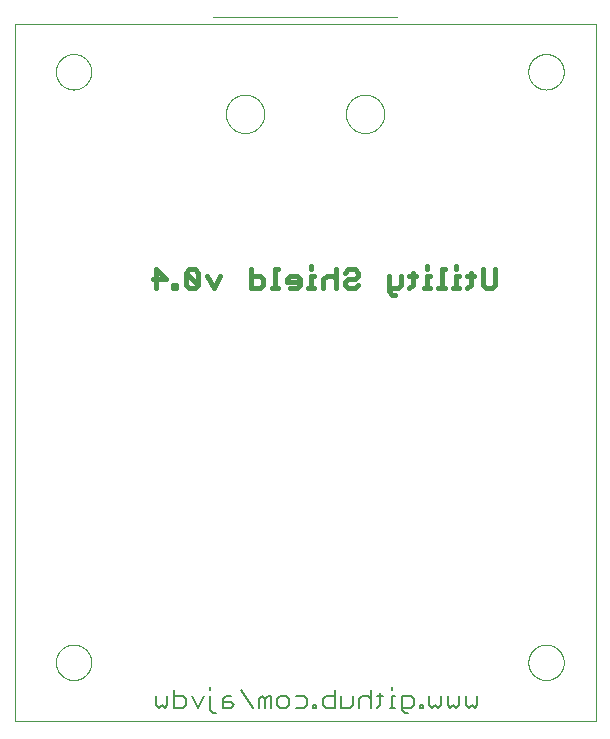
<source format=gbo>
G75*
%MOIN*%
%OFA0B0*%
%FSLAX25Y25*%
%IPPOS*%
%LPD*%
%AMOC8*
5,1,8,0,0,1.08239X$1,22.5*
%
%ADD10C,0.00000*%
%ADD11C,0.01600*%
%ADD12C,0.00800*%
%ADD13C,0.00039*%
D10*
X0001800Y0001800D02*
X0001800Y0234261D01*
X0195501Y0234261D01*
X0195501Y0001800D01*
X0001800Y0001800D01*
X0015579Y0021485D02*
X0015581Y0021638D01*
X0015587Y0021792D01*
X0015597Y0021945D01*
X0015611Y0022097D01*
X0015629Y0022250D01*
X0015651Y0022401D01*
X0015676Y0022552D01*
X0015706Y0022703D01*
X0015740Y0022853D01*
X0015777Y0023001D01*
X0015818Y0023149D01*
X0015863Y0023295D01*
X0015912Y0023441D01*
X0015965Y0023585D01*
X0016021Y0023727D01*
X0016081Y0023868D01*
X0016145Y0024008D01*
X0016212Y0024146D01*
X0016283Y0024282D01*
X0016358Y0024416D01*
X0016435Y0024548D01*
X0016517Y0024678D01*
X0016601Y0024806D01*
X0016689Y0024932D01*
X0016780Y0025055D01*
X0016874Y0025176D01*
X0016972Y0025294D01*
X0017072Y0025410D01*
X0017176Y0025523D01*
X0017282Y0025634D01*
X0017391Y0025742D01*
X0017503Y0025847D01*
X0017617Y0025948D01*
X0017735Y0026047D01*
X0017854Y0026143D01*
X0017976Y0026236D01*
X0018101Y0026325D01*
X0018228Y0026412D01*
X0018357Y0026494D01*
X0018488Y0026574D01*
X0018621Y0026650D01*
X0018756Y0026723D01*
X0018893Y0026792D01*
X0019032Y0026857D01*
X0019172Y0026919D01*
X0019314Y0026977D01*
X0019457Y0027032D01*
X0019602Y0027083D01*
X0019748Y0027130D01*
X0019895Y0027173D01*
X0020043Y0027212D01*
X0020192Y0027248D01*
X0020342Y0027279D01*
X0020493Y0027307D01*
X0020644Y0027331D01*
X0020797Y0027351D01*
X0020949Y0027367D01*
X0021102Y0027379D01*
X0021255Y0027387D01*
X0021408Y0027391D01*
X0021562Y0027391D01*
X0021715Y0027387D01*
X0021868Y0027379D01*
X0022021Y0027367D01*
X0022173Y0027351D01*
X0022326Y0027331D01*
X0022477Y0027307D01*
X0022628Y0027279D01*
X0022778Y0027248D01*
X0022927Y0027212D01*
X0023075Y0027173D01*
X0023222Y0027130D01*
X0023368Y0027083D01*
X0023513Y0027032D01*
X0023656Y0026977D01*
X0023798Y0026919D01*
X0023938Y0026857D01*
X0024077Y0026792D01*
X0024214Y0026723D01*
X0024349Y0026650D01*
X0024482Y0026574D01*
X0024613Y0026494D01*
X0024742Y0026412D01*
X0024869Y0026325D01*
X0024994Y0026236D01*
X0025116Y0026143D01*
X0025235Y0026047D01*
X0025353Y0025948D01*
X0025467Y0025847D01*
X0025579Y0025742D01*
X0025688Y0025634D01*
X0025794Y0025523D01*
X0025898Y0025410D01*
X0025998Y0025294D01*
X0026096Y0025176D01*
X0026190Y0025055D01*
X0026281Y0024932D01*
X0026369Y0024806D01*
X0026453Y0024678D01*
X0026535Y0024548D01*
X0026612Y0024416D01*
X0026687Y0024282D01*
X0026758Y0024146D01*
X0026825Y0024008D01*
X0026889Y0023868D01*
X0026949Y0023727D01*
X0027005Y0023585D01*
X0027058Y0023441D01*
X0027107Y0023295D01*
X0027152Y0023149D01*
X0027193Y0023001D01*
X0027230Y0022853D01*
X0027264Y0022703D01*
X0027294Y0022552D01*
X0027319Y0022401D01*
X0027341Y0022250D01*
X0027359Y0022097D01*
X0027373Y0021945D01*
X0027383Y0021792D01*
X0027389Y0021638D01*
X0027391Y0021485D01*
X0027389Y0021332D01*
X0027383Y0021178D01*
X0027373Y0021025D01*
X0027359Y0020873D01*
X0027341Y0020720D01*
X0027319Y0020569D01*
X0027294Y0020418D01*
X0027264Y0020267D01*
X0027230Y0020117D01*
X0027193Y0019969D01*
X0027152Y0019821D01*
X0027107Y0019675D01*
X0027058Y0019529D01*
X0027005Y0019385D01*
X0026949Y0019243D01*
X0026889Y0019102D01*
X0026825Y0018962D01*
X0026758Y0018824D01*
X0026687Y0018688D01*
X0026612Y0018554D01*
X0026535Y0018422D01*
X0026453Y0018292D01*
X0026369Y0018164D01*
X0026281Y0018038D01*
X0026190Y0017915D01*
X0026096Y0017794D01*
X0025998Y0017676D01*
X0025898Y0017560D01*
X0025794Y0017447D01*
X0025688Y0017336D01*
X0025579Y0017228D01*
X0025467Y0017123D01*
X0025353Y0017022D01*
X0025235Y0016923D01*
X0025116Y0016827D01*
X0024994Y0016734D01*
X0024869Y0016645D01*
X0024742Y0016558D01*
X0024613Y0016476D01*
X0024482Y0016396D01*
X0024349Y0016320D01*
X0024214Y0016247D01*
X0024077Y0016178D01*
X0023938Y0016113D01*
X0023798Y0016051D01*
X0023656Y0015993D01*
X0023513Y0015938D01*
X0023368Y0015887D01*
X0023222Y0015840D01*
X0023075Y0015797D01*
X0022927Y0015758D01*
X0022778Y0015722D01*
X0022628Y0015691D01*
X0022477Y0015663D01*
X0022326Y0015639D01*
X0022173Y0015619D01*
X0022021Y0015603D01*
X0021868Y0015591D01*
X0021715Y0015583D01*
X0021562Y0015579D01*
X0021408Y0015579D01*
X0021255Y0015583D01*
X0021102Y0015591D01*
X0020949Y0015603D01*
X0020797Y0015619D01*
X0020644Y0015639D01*
X0020493Y0015663D01*
X0020342Y0015691D01*
X0020192Y0015722D01*
X0020043Y0015758D01*
X0019895Y0015797D01*
X0019748Y0015840D01*
X0019602Y0015887D01*
X0019457Y0015938D01*
X0019314Y0015993D01*
X0019172Y0016051D01*
X0019032Y0016113D01*
X0018893Y0016178D01*
X0018756Y0016247D01*
X0018621Y0016320D01*
X0018488Y0016396D01*
X0018357Y0016476D01*
X0018228Y0016558D01*
X0018101Y0016645D01*
X0017976Y0016734D01*
X0017854Y0016827D01*
X0017735Y0016923D01*
X0017617Y0017022D01*
X0017503Y0017123D01*
X0017391Y0017228D01*
X0017282Y0017336D01*
X0017176Y0017447D01*
X0017072Y0017560D01*
X0016972Y0017676D01*
X0016874Y0017794D01*
X0016780Y0017915D01*
X0016689Y0018038D01*
X0016601Y0018164D01*
X0016517Y0018292D01*
X0016435Y0018422D01*
X0016358Y0018554D01*
X0016283Y0018688D01*
X0016212Y0018824D01*
X0016145Y0018962D01*
X0016081Y0019102D01*
X0016021Y0019243D01*
X0015965Y0019385D01*
X0015912Y0019529D01*
X0015863Y0019675D01*
X0015818Y0019821D01*
X0015777Y0019969D01*
X0015740Y0020117D01*
X0015706Y0020267D01*
X0015676Y0020418D01*
X0015651Y0020569D01*
X0015629Y0020720D01*
X0015611Y0020873D01*
X0015597Y0021025D01*
X0015587Y0021178D01*
X0015581Y0021332D01*
X0015579Y0021485D01*
X0072231Y0204300D02*
X0072233Y0204460D01*
X0072239Y0204619D01*
X0072249Y0204778D01*
X0072263Y0204937D01*
X0072281Y0205096D01*
X0072302Y0205254D01*
X0072328Y0205411D01*
X0072358Y0205568D01*
X0072391Y0205724D01*
X0072429Y0205879D01*
X0072470Y0206033D01*
X0072515Y0206186D01*
X0072564Y0206338D01*
X0072617Y0206489D01*
X0072673Y0206638D01*
X0072734Y0206786D01*
X0072797Y0206932D01*
X0072865Y0207077D01*
X0072936Y0207220D01*
X0073010Y0207361D01*
X0073088Y0207500D01*
X0073170Y0207637D01*
X0073255Y0207772D01*
X0073343Y0207905D01*
X0073435Y0208036D01*
X0073529Y0208164D01*
X0073627Y0208290D01*
X0073728Y0208414D01*
X0073832Y0208535D01*
X0073939Y0208653D01*
X0074049Y0208769D01*
X0074162Y0208882D01*
X0074278Y0208992D01*
X0074396Y0209099D01*
X0074517Y0209203D01*
X0074641Y0209304D01*
X0074767Y0209402D01*
X0074895Y0209496D01*
X0075026Y0209588D01*
X0075159Y0209676D01*
X0075294Y0209761D01*
X0075431Y0209843D01*
X0075570Y0209921D01*
X0075711Y0209995D01*
X0075854Y0210066D01*
X0075999Y0210134D01*
X0076145Y0210197D01*
X0076293Y0210258D01*
X0076442Y0210314D01*
X0076593Y0210367D01*
X0076745Y0210416D01*
X0076898Y0210461D01*
X0077052Y0210502D01*
X0077207Y0210540D01*
X0077363Y0210573D01*
X0077520Y0210603D01*
X0077677Y0210629D01*
X0077835Y0210650D01*
X0077994Y0210668D01*
X0078153Y0210682D01*
X0078312Y0210692D01*
X0078471Y0210698D01*
X0078631Y0210700D01*
X0078791Y0210698D01*
X0078950Y0210692D01*
X0079109Y0210682D01*
X0079268Y0210668D01*
X0079427Y0210650D01*
X0079585Y0210629D01*
X0079742Y0210603D01*
X0079899Y0210573D01*
X0080055Y0210540D01*
X0080210Y0210502D01*
X0080364Y0210461D01*
X0080517Y0210416D01*
X0080669Y0210367D01*
X0080820Y0210314D01*
X0080969Y0210258D01*
X0081117Y0210197D01*
X0081263Y0210134D01*
X0081408Y0210066D01*
X0081551Y0209995D01*
X0081692Y0209921D01*
X0081831Y0209843D01*
X0081968Y0209761D01*
X0082103Y0209676D01*
X0082236Y0209588D01*
X0082367Y0209496D01*
X0082495Y0209402D01*
X0082621Y0209304D01*
X0082745Y0209203D01*
X0082866Y0209099D01*
X0082984Y0208992D01*
X0083100Y0208882D01*
X0083213Y0208769D01*
X0083323Y0208653D01*
X0083430Y0208535D01*
X0083534Y0208414D01*
X0083635Y0208290D01*
X0083733Y0208164D01*
X0083827Y0208036D01*
X0083919Y0207905D01*
X0084007Y0207772D01*
X0084092Y0207637D01*
X0084174Y0207500D01*
X0084252Y0207361D01*
X0084326Y0207220D01*
X0084397Y0207077D01*
X0084465Y0206932D01*
X0084528Y0206786D01*
X0084589Y0206638D01*
X0084645Y0206489D01*
X0084698Y0206338D01*
X0084747Y0206186D01*
X0084792Y0206033D01*
X0084833Y0205879D01*
X0084871Y0205724D01*
X0084904Y0205568D01*
X0084934Y0205411D01*
X0084960Y0205254D01*
X0084981Y0205096D01*
X0084999Y0204937D01*
X0085013Y0204778D01*
X0085023Y0204619D01*
X0085029Y0204460D01*
X0085031Y0204300D01*
X0085029Y0204140D01*
X0085023Y0203981D01*
X0085013Y0203822D01*
X0084999Y0203663D01*
X0084981Y0203504D01*
X0084960Y0203346D01*
X0084934Y0203189D01*
X0084904Y0203032D01*
X0084871Y0202876D01*
X0084833Y0202721D01*
X0084792Y0202567D01*
X0084747Y0202414D01*
X0084698Y0202262D01*
X0084645Y0202111D01*
X0084589Y0201962D01*
X0084528Y0201814D01*
X0084465Y0201668D01*
X0084397Y0201523D01*
X0084326Y0201380D01*
X0084252Y0201239D01*
X0084174Y0201100D01*
X0084092Y0200963D01*
X0084007Y0200828D01*
X0083919Y0200695D01*
X0083827Y0200564D01*
X0083733Y0200436D01*
X0083635Y0200310D01*
X0083534Y0200186D01*
X0083430Y0200065D01*
X0083323Y0199947D01*
X0083213Y0199831D01*
X0083100Y0199718D01*
X0082984Y0199608D01*
X0082866Y0199501D01*
X0082745Y0199397D01*
X0082621Y0199296D01*
X0082495Y0199198D01*
X0082367Y0199104D01*
X0082236Y0199012D01*
X0082103Y0198924D01*
X0081968Y0198839D01*
X0081831Y0198757D01*
X0081692Y0198679D01*
X0081551Y0198605D01*
X0081408Y0198534D01*
X0081263Y0198466D01*
X0081117Y0198403D01*
X0080969Y0198342D01*
X0080820Y0198286D01*
X0080669Y0198233D01*
X0080517Y0198184D01*
X0080364Y0198139D01*
X0080210Y0198098D01*
X0080055Y0198060D01*
X0079899Y0198027D01*
X0079742Y0197997D01*
X0079585Y0197971D01*
X0079427Y0197950D01*
X0079268Y0197932D01*
X0079109Y0197918D01*
X0078950Y0197908D01*
X0078791Y0197902D01*
X0078631Y0197900D01*
X0078471Y0197902D01*
X0078312Y0197908D01*
X0078153Y0197918D01*
X0077994Y0197932D01*
X0077835Y0197950D01*
X0077677Y0197971D01*
X0077520Y0197997D01*
X0077363Y0198027D01*
X0077207Y0198060D01*
X0077052Y0198098D01*
X0076898Y0198139D01*
X0076745Y0198184D01*
X0076593Y0198233D01*
X0076442Y0198286D01*
X0076293Y0198342D01*
X0076145Y0198403D01*
X0075999Y0198466D01*
X0075854Y0198534D01*
X0075711Y0198605D01*
X0075570Y0198679D01*
X0075431Y0198757D01*
X0075294Y0198839D01*
X0075159Y0198924D01*
X0075026Y0199012D01*
X0074895Y0199104D01*
X0074767Y0199198D01*
X0074641Y0199296D01*
X0074517Y0199397D01*
X0074396Y0199501D01*
X0074278Y0199608D01*
X0074162Y0199718D01*
X0074049Y0199831D01*
X0073939Y0199947D01*
X0073832Y0200065D01*
X0073728Y0200186D01*
X0073627Y0200310D01*
X0073529Y0200436D01*
X0073435Y0200564D01*
X0073343Y0200695D01*
X0073255Y0200828D01*
X0073170Y0200963D01*
X0073088Y0201100D01*
X0073010Y0201239D01*
X0072936Y0201380D01*
X0072865Y0201523D01*
X0072797Y0201668D01*
X0072734Y0201814D01*
X0072673Y0201962D01*
X0072617Y0202111D01*
X0072564Y0202262D01*
X0072515Y0202414D01*
X0072470Y0202567D01*
X0072429Y0202721D01*
X0072391Y0202876D01*
X0072358Y0203032D01*
X0072328Y0203189D01*
X0072302Y0203346D01*
X0072281Y0203504D01*
X0072263Y0203663D01*
X0072249Y0203822D01*
X0072239Y0203981D01*
X0072233Y0204140D01*
X0072231Y0204300D01*
X0112231Y0204300D02*
X0112233Y0204460D01*
X0112239Y0204619D01*
X0112249Y0204778D01*
X0112263Y0204937D01*
X0112281Y0205096D01*
X0112302Y0205254D01*
X0112328Y0205411D01*
X0112358Y0205568D01*
X0112391Y0205724D01*
X0112429Y0205879D01*
X0112470Y0206033D01*
X0112515Y0206186D01*
X0112564Y0206338D01*
X0112617Y0206489D01*
X0112673Y0206638D01*
X0112734Y0206786D01*
X0112797Y0206932D01*
X0112865Y0207077D01*
X0112936Y0207220D01*
X0113010Y0207361D01*
X0113088Y0207500D01*
X0113170Y0207637D01*
X0113255Y0207772D01*
X0113343Y0207905D01*
X0113435Y0208036D01*
X0113529Y0208164D01*
X0113627Y0208290D01*
X0113728Y0208414D01*
X0113832Y0208535D01*
X0113939Y0208653D01*
X0114049Y0208769D01*
X0114162Y0208882D01*
X0114278Y0208992D01*
X0114396Y0209099D01*
X0114517Y0209203D01*
X0114641Y0209304D01*
X0114767Y0209402D01*
X0114895Y0209496D01*
X0115026Y0209588D01*
X0115159Y0209676D01*
X0115294Y0209761D01*
X0115431Y0209843D01*
X0115570Y0209921D01*
X0115711Y0209995D01*
X0115854Y0210066D01*
X0115999Y0210134D01*
X0116145Y0210197D01*
X0116293Y0210258D01*
X0116442Y0210314D01*
X0116593Y0210367D01*
X0116745Y0210416D01*
X0116898Y0210461D01*
X0117052Y0210502D01*
X0117207Y0210540D01*
X0117363Y0210573D01*
X0117520Y0210603D01*
X0117677Y0210629D01*
X0117835Y0210650D01*
X0117994Y0210668D01*
X0118153Y0210682D01*
X0118312Y0210692D01*
X0118471Y0210698D01*
X0118631Y0210700D01*
X0118791Y0210698D01*
X0118950Y0210692D01*
X0119109Y0210682D01*
X0119268Y0210668D01*
X0119427Y0210650D01*
X0119585Y0210629D01*
X0119742Y0210603D01*
X0119899Y0210573D01*
X0120055Y0210540D01*
X0120210Y0210502D01*
X0120364Y0210461D01*
X0120517Y0210416D01*
X0120669Y0210367D01*
X0120820Y0210314D01*
X0120969Y0210258D01*
X0121117Y0210197D01*
X0121263Y0210134D01*
X0121408Y0210066D01*
X0121551Y0209995D01*
X0121692Y0209921D01*
X0121831Y0209843D01*
X0121968Y0209761D01*
X0122103Y0209676D01*
X0122236Y0209588D01*
X0122367Y0209496D01*
X0122495Y0209402D01*
X0122621Y0209304D01*
X0122745Y0209203D01*
X0122866Y0209099D01*
X0122984Y0208992D01*
X0123100Y0208882D01*
X0123213Y0208769D01*
X0123323Y0208653D01*
X0123430Y0208535D01*
X0123534Y0208414D01*
X0123635Y0208290D01*
X0123733Y0208164D01*
X0123827Y0208036D01*
X0123919Y0207905D01*
X0124007Y0207772D01*
X0124092Y0207637D01*
X0124174Y0207500D01*
X0124252Y0207361D01*
X0124326Y0207220D01*
X0124397Y0207077D01*
X0124465Y0206932D01*
X0124528Y0206786D01*
X0124589Y0206638D01*
X0124645Y0206489D01*
X0124698Y0206338D01*
X0124747Y0206186D01*
X0124792Y0206033D01*
X0124833Y0205879D01*
X0124871Y0205724D01*
X0124904Y0205568D01*
X0124934Y0205411D01*
X0124960Y0205254D01*
X0124981Y0205096D01*
X0124999Y0204937D01*
X0125013Y0204778D01*
X0125023Y0204619D01*
X0125029Y0204460D01*
X0125031Y0204300D01*
X0125029Y0204140D01*
X0125023Y0203981D01*
X0125013Y0203822D01*
X0124999Y0203663D01*
X0124981Y0203504D01*
X0124960Y0203346D01*
X0124934Y0203189D01*
X0124904Y0203032D01*
X0124871Y0202876D01*
X0124833Y0202721D01*
X0124792Y0202567D01*
X0124747Y0202414D01*
X0124698Y0202262D01*
X0124645Y0202111D01*
X0124589Y0201962D01*
X0124528Y0201814D01*
X0124465Y0201668D01*
X0124397Y0201523D01*
X0124326Y0201380D01*
X0124252Y0201239D01*
X0124174Y0201100D01*
X0124092Y0200963D01*
X0124007Y0200828D01*
X0123919Y0200695D01*
X0123827Y0200564D01*
X0123733Y0200436D01*
X0123635Y0200310D01*
X0123534Y0200186D01*
X0123430Y0200065D01*
X0123323Y0199947D01*
X0123213Y0199831D01*
X0123100Y0199718D01*
X0122984Y0199608D01*
X0122866Y0199501D01*
X0122745Y0199397D01*
X0122621Y0199296D01*
X0122495Y0199198D01*
X0122367Y0199104D01*
X0122236Y0199012D01*
X0122103Y0198924D01*
X0121968Y0198839D01*
X0121831Y0198757D01*
X0121692Y0198679D01*
X0121551Y0198605D01*
X0121408Y0198534D01*
X0121263Y0198466D01*
X0121117Y0198403D01*
X0120969Y0198342D01*
X0120820Y0198286D01*
X0120669Y0198233D01*
X0120517Y0198184D01*
X0120364Y0198139D01*
X0120210Y0198098D01*
X0120055Y0198060D01*
X0119899Y0198027D01*
X0119742Y0197997D01*
X0119585Y0197971D01*
X0119427Y0197950D01*
X0119268Y0197932D01*
X0119109Y0197918D01*
X0118950Y0197908D01*
X0118791Y0197902D01*
X0118631Y0197900D01*
X0118471Y0197902D01*
X0118312Y0197908D01*
X0118153Y0197918D01*
X0117994Y0197932D01*
X0117835Y0197950D01*
X0117677Y0197971D01*
X0117520Y0197997D01*
X0117363Y0198027D01*
X0117207Y0198060D01*
X0117052Y0198098D01*
X0116898Y0198139D01*
X0116745Y0198184D01*
X0116593Y0198233D01*
X0116442Y0198286D01*
X0116293Y0198342D01*
X0116145Y0198403D01*
X0115999Y0198466D01*
X0115854Y0198534D01*
X0115711Y0198605D01*
X0115570Y0198679D01*
X0115431Y0198757D01*
X0115294Y0198839D01*
X0115159Y0198924D01*
X0115026Y0199012D01*
X0114895Y0199104D01*
X0114767Y0199198D01*
X0114641Y0199296D01*
X0114517Y0199397D01*
X0114396Y0199501D01*
X0114278Y0199608D01*
X0114162Y0199718D01*
X0114049Y0199831D01*
X0113939Y0199947D01*
X0113832Y0200065D01*
X0113728Y0200186D01*
X0113627Y0200310D01*
X0113529Y0200436D01*
X0113435Y0200564D01*
X0113343Y0200695D01*
X0113255Y0200828D01*
X0113170Y0200963D01*
X0113088Y0201100D01*
X0113010Y0201239D01*
X0112936Y0201380D01*
X0112865Y0201523D01*
X0112797Y0201668D01*
X0112734Y0201814D01*
X0112673Y0201962D01*
X0112617Y0202111D01*
X0112564Y0202262D01*
X0112515Y0202414D01*
X0112470Y0202567D01*
X0112429Y0202721D01*
X0112391Y0202876D01*
X0112358Y0203032D01*
X0112328Y0203189D01*
X0112302Y0203346D01*
X0112281Y0203504D01*
X0112263Y0203663D01*
X0112249Y0203822D01*
X0112239Y0203981D01*
X0112233Y0204140D01*
X0112231Y0204300D01*
X0173059Y0218335D02*
X0173061Y0218488D01*
X0173067Y0218642D01*
X0173077Y0218795D01*
X0173091Y0218947D01*
X0173109Y0219100D01*
X0173131Y0219251D01*
X0173156Y0219402D01*
X0173186Y0219553D01*
X0173220Y0219703D01*
X0173257Y0219851D01*
X0173298Y0219999D01*
X0173343Y0220145D01*
X0173392Y0220291D01*
X0173445Y0220435D01*
X0173501Y0220577D01*
X0173561Y0220718D01*
X0173625Y0220858D01*
X0173692Y0220996D01*
X0173763Y0221132D01*
X0173838Y0221266D01*
X0173915Y0221398D01*
X0173997Y0221528D01*
X0174081Y0221656D01*
X0174169Y0221782D01*
X0174260Y0221905D01*
X0174354Y0222026D01*
X0174452Y0222144D01*
X0174552Y0222260D01*
X0174656Y0222373D01*
X0174762Y0222484D01*
X0174871Y0222592D01*
X0174983Y0222697D01*
X0175097Y0222798D01*
X0175215Y0222897D01*
X0175334Y0222993D01*
X0175456Y0223086D01*
X0175581Y0223175D01*
X0175708Y0223262D01*
X0175837Y0223344D01*
X0175968Y0223424D01*
X0176101Y0223500D01*
X0176236Y0223573D01*
X0176373Y0223642D01*
X0176512Y0223707D01*
X0176652Y0223769D01*
X0176794Y0223827D01*
X0176937Y0223882D01*
X0177082Y0223933D01*
X0177228Y0223980D01*
X0177375Y0224023D01*
X0177523Y0224062D01*
X0177672Y0224098D01*
X0177822Y0224129D01*
X0177973Y0224157D01*
X0178124Y0224181D01*
X0178277Y0224201D01*
X0178429Y0224217D01*
X0178582Y0224229D01*
X0178735Y0224237D01*
X0178888Y0224241D01*
X0179042Y0224241D01*
X0179195Y0224237D01*
X0179348Y0224229D01*
X0179501Y0224217D01*
X0179653Y0224201D01*
X0179806Y0224181D01*
X0179957Y0224157D01*
X0180108Y0224129D01*
X0180258Y0224098D01*
X0180407Y0224062D01*
X0180555Y0224023D01*
X0180702Y0223980D01*
X0180848Y0223933D01*
X0180993Y0223882D01*
X0181136Y0223827D01*
X0181278Y0223769D01*
X0181418Y0223707D01*
X0181557Y0223642D01*
X0181694Y0223573D01*
X0181829Y0223500D01*
X0181962Y0223424D01*
X0182093Y0223344D01*
X0182222Y0223262D01*
X0182349Y0223175D01*
X0182474Y0223086D01*
X0182596Y0222993D01*
X0182715Y0222897D01*
X0182833Y0222798D01*
X0182947Y0222697D01*
X0183059Y0222592D01*
X0183168Y0222484D01*
X0183274Y0222373D01*
X0183378Y0222260D01*
X0183478Y0222144D01*
X0183576Y0222026D01*
X0183670Y0221905D01*
X0183761Y0221782D01*
X0183849Y0221656D01*
X0183933Y0221528D01*
X0184015Y0221398D01*
X0184092Y0221266D01*
X0184167Y0221132D01*
X0184238Y0220996D01*
X0184305Y0220858D01*
X0184369Y0220718D01*
X0184429Y0220577D01*
X0184485Y0220435D01*
X0184538Y0220291D01*
X0184587Y0220145D01*
X0184632Y0219999D01*
X0184673Y0219851D01*
X0184710Y0219703D01*
X0184744Y0219553D01*
X0184774Y0219402D01*
X0184799Y0219251D01*
X0184821Y0219100D01*
X0184839Y0218947D01*
X0184853Y0218795D01*
X0184863Y0218642D01*
X0184869Y0218488D01*
X0184871Y0218335D01*
X0184869Y0218182D01*
X0184863Y0218028D01*
X0184853Y0217875D01*
X0184839Y0217723D01*
X0184821Y0217570D01*
X0184799Y0217419D01*
X0184774Y0217268D01*
X0184744Y0217117D01*
X0184710Y0216967D01*
X0184673Y0216819D01*
X0184632Y0216671D01*
X0184587Y0216525D01*
X0184538Y0216379D01*
X0184485Y0216235D01*
X0184429Y0216093D01*
X0184369Y0215952D01*
X0184305Y0215812D01*
X0184238Y0215674D01*
X0184167Y0215538D01*
X0184092Y0215404D01*
X0184015Y0215272D01*
X0183933Y0215142D01*
X0183849Y0215014D01*
X0183761Y0214888D01*
X0183670Y0214765D01*
X0183576Y0214644D01*
X0183478Y0214526D01*
X0183378Y0214410D01*
X0183274Y0214297D01*
X0183168Y0214186D01*
X0183059Y0214078D01*
X0182947Y0213973D01*
X0182833Y0213872D01*
X0182715Y0213773D01*
X0182596Y0213677D01*
X0182474Y0213584D01*
X0182349Y0213495D01*
X0182222Y0213408D01*
X0182093Y0213326D01*
X0181962Y0213246D01*
X0181829Y0213170D01*
X0181694Y0213097D01*
X0181557Y0213028D01*
X0181418Y0212963D01*
X0181278Y0212901D01*
X0181136Y0212843D01*
X0180993Y0212788D01*
X0180848Y0212737D01*
X0180702Y0212690D01*
X0180555Y0212647D01*
X0180407Y0212608D01*
X0180258Y0212572D01*
X0180108Y0212541D01*
X0179957Y0212513D01*
X0179806Y0212489D01*
X0179653Y0212469D01*
X0179501Y0212453D01*
X0179348Y0212441D01*
X0179195Y0212433D01*
X0179042Y0212429D01*
X0178888Y0212429D01*
X0178735Y0212433D01*
X0178582Y0212441D01*
X0178429Y0212453D01*
X0178277Y0212469D01*
X0178124Y0212489D01*
X0177973Y0212513D01*
X0177822Y0212541D01*
X0177672Y0212572D01*
X0177523Y0212608D01*
X0177375Y0212647D01*
X0177228Y0212690D01*
X0177082Y0212737D01*
X0176937Y0212788D01*
X0176794Y0212843D01*
X0176652Y0212901D01*
X0176512Y0212963D01*
X0176373Y0213028D01*
X0176236Y0213097D01*
X0176101Y0213170D01*
X0175968Y0213246D01*
X0175837Y0213326D01*
X0175708Y0213408D01*
X0175581Y0213495D01*
X0175456Y0213584D01*
X0175334Y0213677D01*
X0175215Y0213773D01*
X0175097Y0213872D01*
X0174983Y0213973D01*
X0174871Y0214078D01*
X0174762Y0214186D01*
X0174656Y0214297D01*
X0174552Y0214410D01*
X0174452Y0214526D01*
X0174354Y0214644D01*
X0174260Y0214765D01*
X0174169Y0214888D01*
X0174081Y0215014D01*
X0173997Y0215142D01*
X0173915Y0215272D01*
X0173838Y0215404D01*
X0173763Y0215538D01*
X0173692Y0215674D01*
X0173625Y0215812D01*
X0173561Y0215952D01*
X0173501Y0216093D01*
X0173445Y0216235D01*
X0173392Y0216379D01*
X0173343Y0216525D01*
X0173298Y0216671D01*
X0173257Y0216819D01*
X0173220Y0216967D01*
X0173186Y0217117D01*
X0173156Y0217268D01*
X0173131Y0217419D01*
X0173109Y0217570D01*
X0173091Y0217723D01*
X0173077Y0217875D01*
X0173067Y0218028D01*
X0173061Y0218182D01*
X0173059Y0218335D01*
X0015579Y0218335D02*
X0015581Y0218488D01*
X0015587Y0218642D01*
X0015597Y0218795D01*
X0015611Y0218947D01*
X0015629Y0219100D01*
X0015651Y0219251D01*
X0015676Y0219402D01*
X0015706Y0219553D01*
X0015740Y0219703D01*
X0015777Y0219851D01*
X0015818Y0219999D01*
X0015863Y0220145D01*
X0015912Y0220291D01*
X0015965Y0220435D01*
X0016021Y0220577D01*
X0016081Y0220718D01*
X0016145Y0220858D01*
X0016212Y0220996D01*
X0016283Y0221132D01*
X0016358Y0221266D01*
X0016435Y0221398D01*
X0016517Y0221528D01*
X0016601Y0221656D01*
X0016689Y0221782D01*
X0016780Y0221905D01*
X0016874Y0222026D01*
X0016972Y0222144D01*
X0017072Y0222260D01*
X0017176Y0222373D01*
X0017282Y0222484D01*
X0017391Y0222592D01*
X0017503Y0222697D01*
X0017617Y0222798D01*
X0017735Y0222897D01*
X0017854Y0222993D01*
X0017976Y0223086D01*
X0018101Y0223175D01*
X0018228Y0223262D01*
X0018357Y0223344D01*
X0018488Y0223424D01*
X0018621Y0223500D01*
X0018756Y0223573D01*
X0018893Y0223642D01*
X0019032Y0223707D01*
X0019172Y0223769D01*
X0019314Y0223827D01*
X0019457Y0223882D01*
X0019602Y0223933D01*
X0019748Y0223980D01*
X0019895Y0224023D01*
X0020043Y0224062D01*
X0020192Y0224098D01*
X0020342Y0224129D01*
X0020493Y0224157D01*
X0020644Y0224181D01*
X0020797Y0224201D01*
X0020949Y0224217D01*
X0021102Y0224229D01*
X0021255Y0224237D01*
X0021408Y0224241D01*
X0021562Y0224241D01*
X0021715Y0224237D01*
X0021868Y0224229D01*
X0022021Y0224217D01*
X0022173Y0224201D01*
X0022326Y0224181D01*
X0022477Y0224157D01*
X0022628Y0224129D01*
X0022778Y0224098D01*
X0022927Y0224062D01*
X0023075Y0224023D01*
X0023222Y0223980D01*
X0023368Y0223933D01*
X0023513Y0223882D01*
X0023656Y0223827D01*
X0023798Y0223769D01*
X0023938Y0223707D01*
X0024077Y0223642D01*
X0024214Y0223573D01*
X0024349Y0223500D01*
X0024482Y0223424D01*
X0024613Y0223344D01*
X0024742Y0223262D01*
X0024869Y0223175D01*
X0024994Y0223086D01*
X0025116Y0222993D01*
X0025235Y0222897D01*
X0025353Y0222798D01*
X0025467Y0222697D01*
X0025579Y0222592D01*
X0025688Y0222484D01*
X0025794Y0222373D01*
X0025898Y0222260D01*
X0025998Y0222144D01*
X0026096Y0222026D01*
X0026190Y0221905D01*
X0026281Y0221782D01*
X0026369Y0221656D01*
X0026453Y0221528D01*
X0026535Y0221398D01*
X0026612Y0221266D01*
X0026687Y0221132D01*
X0026758Y0220996D01*
X0026825Y0220858D01*
X0026889Y0220718D01*
X0026949Y0220577D01*
X0027005Y0220435D01*
X0027058Y0220291D01*
X0027107Y0220145D01*
X0027152Y0219999D01*
X0027193Y0219851D01*
X0027230Y0219703D01*
X0027264Y0219553D01*
X0027294Y0219402D01*
X0027319Y0219251D01*
X0027341Y0219100D01*
X0027359Y0218947D01*
X0027373Y0218795D01*
X0027383Y0218642D01*
X0027389Y0218488D01*
X0027391Y0218335D01*
X0027389Y0218182D01*
X0027383Y0218028D01*
X0027373Y0217875D01*
X0027359Y0217723D01*
X0027341Y0217570D01*
X0027319Y0217419D01*
X0027294Y0217268D01*
X0027264Y0217117D01*
X0027230Y0216967D01*
X0027193Y0216819D01*
X0027152Y0216671D01*
X0027107Y0216525D01*
X0027058Y0216379D01*
X0027005Y0216235D01*
X0026949Y0216093D01*
X0026889Y0215952D01*
X0026825Y0215812D01*
X0026758Y0215674D01*
X0026687Y0215538D01*
X0026612Y0215404D01*
X0026535Y0215272D01*
X0026453Y0215142D01*
X0026369Y0215014D01*
X0026281Y0214888D01*
X0026190Y0214765D01*
X0026096Y0214644D01*
X0025998Y0214526D01*
X0025898Y0214410D01*
X0025794Y0214297D01*
X0025688Y0214186D01*
X0025579Y0214078D01*
X0025467Y0213973D01*
X0025353Y0213872D01*
X0025235Y0213773D01*
X0025116Y0213677D01*
X0024994Y0213584D01*
X0024869Y0213495D01*
X0024742Y0213408D01*
X0024613Y0213326D01*
X0024482Y0213246D01*
X0024349Y0213170D01*
X0024214Y0213097D01*
X0024077Y0213028D01*
X0023938Y0212963D01*
X0023798Y0212901D01*
X0023656Y0212843D01*
X0023513Y0212788D01*
X0023368Y0212737D01*
X0023222Y0212690D01*
X0023075Y0212647D01*
X0022927Y0212608D01*
X0022778Y0212572D01*
X0022628Y0212541D01*
X0022477Y0212513D01*
X0022326Y0212489D01*
X0022173Y0212469D01*
X0022021Y0212453D01*
X0021868Y0212441D01*
X0021715Y0212433D01*
X0021562Y0212429D01*
X0021408Y0212429D01*
X0021255Y0212433D01*
X0021102Y0212441D01*
X0020949Y0212453D01*
X0020797Y0212469D01*
X0020644Y0212489D01*
X0020493Y0212513D01*
X0020342Y0212541D01*
X0020192Y0212572D01*
X0020043Y0212608D01*
X0019895Y0212647D01*
X0019748Y0212690D01*
X0019602Y0212737D01*
X0019457Y0212788D01*
X0019314Y0212843D01*
X0019172Y0212901D01*
X0019032Y0212963D01*
X0018893Y0213028D01*
X0018756Y0213097D01*
X0018621Y0213170D01*
X0018488Y0213246D01*
X0018357Y0213326D01*
X0018228Y0213408D01*
X0018101Y0213495D01*
X0017976Y0213584D01*
X0017854Y0213677D01*
X0017735Y0213773D01*
X0017617Y0213872D01*
X0017503Y0213973D01*
X0017391Y0214078D01*
X0017282Y0214186D01*
X0017176Y0214297D01*
X0017072Y0214410D01*
X0016972Y0214526D01*
X0016874Y0214644D01*
X0016780Y0214765D01*
X0016689Y0214888D01*
X0016601Y0215014D01*
X0016517Y0215142D01*
X0016435Y0215272D01*
X0016358Y0215404D01*
X0016283Y0215538D01*
X0016212Y0215674D01*
X0016145Y0215812D01*
X0016081Y0215952D01*
X0016021Y0216093D01*
X0015965Y0216235D01*
X0015912Y0216379D01*
X0015863Y0216525D01*
X0015818Y0216671D01*
X0015777Y0216819D01*
X0015740Y0216967D01*
X0015706Y0217117D01*
X0015676Y0217268D01*
X0015651Y0217419D01*
X0015629Y0217570D01*
X0015611Y0217723D01*
X0015597Y0217875D01*
X0015587Y0218028D01*
X0015581Y0218182D01*
X0015579Y0218335D01*
X0173059Y0021485D02*
X0173061Y0021638D01*
X0173067Y0021792D01*
X0173077Y0021945D01*
X0173091Y0022097D01*
X0173109Y0022250D01*
X0173131Y0022401D01*
X0173156Y0022552D01*
X0173186Y0022703D01*
X0173220Y0022853D01*
X0173257Y0023001D01*
X0173298Y0023149D01*
X0173343Y0023295D01*
X0173392Y0023441D01*
X0173445Y0023585D01*
X0173501Y0023727D01*
X0173561Y0023868D01*
X0173625Y0024008D01*
X0173692Y0024146D01*
X0173763Y0024282D01*
X0173838Y0024416D01*
X0173915Y0024548D01*
X0173997Y0024678D01*
X0174081Y0024806D01*
X0174169Y0024932D01*
X0174260Y0025055D01*
X0174354Y0025176D01*
X0174452Y0025294D01*
X0174552Y0025410D01*
X0174656Y0025523D01*
X0174762Y0025634D01*
X0174871Y0025742D01*
X0174983Y0025847D01*
X0175097Y0025948D01*
X0175215Y0026047D01*
X0175334Y0026143D01*
X0175456Y0026236D01*
X0175581Y0026325D01*
X0175708Y0026412D01*
X0175837Y0026494D01*
X0175968Y0026574D01*
X0176101Y0026650D01*
X0176236Y0026723D01*
X0176373Y0026792D01*
X0176512Y0026857D01*
X0176652Y0026919D01*
X0176794Y0026977D01*
X0176937Y0027032D01*
X0177082Y0027083D01*
X0177228Y0027130D01*
X0177375Y0027173D01*
X0177523Y0027212D01*
X0177672Y0027248D01*
X0177822Y0027279D01*
X0177973Y0027307D01*
X0178124Y0027331D01*
X0178277Y0027351D01*
X0178429Y0027367D01*
X0178582Y0027379D01*
X0178735Y0027387D01*
X0178888Y0027391D01*
X0179042Y0027391D01*
X0179195Y0027387D01*
X0179348Y0027379D01*
X0179501Y0027367D01*
X0179653Y0027351D01*
X0179806Y0027331D01*
X0179957Y0027307D01*
X0180108Y0027279D01*
X0180258Y0027248D01*
X0180407Y0027212D01*
X0180555Y0027173D01*
X0180702Y0027130D01*
X0180848Y0027083D01*
X0180993Y0027032D01*
X0181136Y0026977D01*
X0181278Y0026919D01*
X0181418Y0026857D01*
X0181557Y0026792D01*
X0181694Y0026723D01*
X0181829Y0026650D01*
X0181962Y0026574D01*
X0182093Y0026494D01*
X0182222Y0026412D01*
X0182349Y0026325D01*
X0182474Y0026236D01*
X0182596Y0026143D01*
X0182715Y0026047D01*
X0182833Y0025948D01*
X0182947Y0025847D01*
X0183059Y0025742D01*
X0183168Y0025634D01*
X0183274Y0025523D01*
X0183378Y0025410D01*
X0183478Y0025294D01*
X0183576Y0025176D01*
X0183670Y0025055D01*
X0183761Y0024932D01*
X0183849Y0024806D01*
X0183933Y0024678D01*
X0184015Y0024548D01*
X0184092Y0024416D01*
X0184167Y0024282D01*
X0184238Y0024146D01*
X0184305Y0024008D01*
X0184369Y0023868D01*
X0184429Y0023727D01*
X0184485Y0023585D01*
X0184538Y0023441D01*
X0184587Y0023295D01*
X0184632Y0023149D01*
X0184673Y0023001D01*
X0184710Y0022853D01*
X0184744Y0022703D01*
X0184774Y0022552D01*
X0184799Y0022401D01*
X0184821Y0022250D01*
X0184839Y0022097D01*
X0184853Y0021945D01*
X0184863Y0021792D01*
X0184869Y0021638D01*
X0184871Y0021485D01*
X0184869Y0021332D01*
X0184863Y0021178D01*
X0184853Y0021025D01*
X0184839Y0020873D01*
X0184821Y0020720D01*
X0184799Y0020569D01*
X0184774Y0020418D01*
X0184744Y0020267D01*
X0184710Y0020117D01*
X0184673Y0019969D01*
X0184632Y0019821D01*
X0184587Y0019675D01*
X0184538Y0019529D01*
X0184485Y0019385D01*
X0184429Y0019243D01*
X0184369Y0019102D01*
X0184305Y0018962D01*
X0184238Y0018824D01*
X0184167Y0018688D01*
X0184092Y0018554D01*
X0184015Y0018422D01*
X0183933Y0018292D01*
X0183849Y0018164D01*
X0183761Y0018038D01*
X0183670Y0017915D01*
X0183576Y0017794D01*
X0183478Y0017676D01*
X0183378Y0017560D01*
X0183274Y0017447D01*
X0183168Y0017336D01*
X0183059Y0017228D01*
X0182947Y0017123D01*
X0182833Y0017022D01*
X0182715Y0016923D01*
X0182596Y0016827D01*
X0182474Y0016734D01*
X0182349Y0016645D01*
X0182222Y0016558D01*
X0182093Y0016476D01*
X0181962Y0016396D01*
X0181829Y0016320D01*
X0181694Y0016247D01*
X0181557Y0016178D01*
X0181418Y0016113D01*
X0181278Y0016051D01*
X0181136Y0015993D01*
X0180993Y0015938D01*
X0180848Y0015887D01*
X0180702Y0015840D01*
X0180555Y0015797D01*
X0180407Y0015758D01*
X0180258Y0015722D01*
X0180108Y0015691D01*
X0179957Y0015663D01*
X0179806Y0015639D01*
X0179653Y0015619D01*
X0179501Y0015603D01*
X0179348Y0015591D01*
X0179195Y0015583D01*
X0179042Y0015579D01*
X0178888Y0015579D01*
X0178735Y0015583D01*
X0178582Y0015591D01*
X0178429Y0015603D01*
X0178277Y0015619D01*
X0178124Y0015639D01*
X0177973Y0015663D01*
X0177822Y0015691D01*
X0177672Y0015722D01*
X0177523Y0015758D01*
X0177375Y0015797D01*
X0177228Y0015840D01*
X0177082Y0015887D01*
X0176937Y0015938D01*
X0176794Y0015993D01*
X0176652Y0016051D01*
X0176512Y0016113D01*
X0176373Y0016178D01*
X0176236Y0016247D01*
X0176101Y0016320D01*
X0175968Y0016396D01*
X0175837Y0016476D01*
X0175708Y0016558D01*
X0175581Y0016645D01*
X0175456Y0016734D01*
X0175334Y0016827D01*
X0175215Y0016923D01*
X0175097Y0017022D01*
X0174983Y0017123D01*
X0174871Y0017228D01*
X0174762Y0017336D01*
X0174656Y0017447D01*
X0174552Y0017560D01*
X0174452Y0017676D01*
X0174354Y0017794D01*
X0174260Y0017915D01*
X0174169Y0018038D01*
X0174081Y0018164D01*
X0173997Y0018292D01*
X0173915Y0018422D01*
X0173838Y0018554D01*
X0173763Y0018688D01*
X0173692Y0018824D01*
X0173625Y0018962D01*
X0173561Y0019102D01*
X0173501Y0019243D01*
X0173445Y0019385D01*
X0173392Y0019529D01*
X0173343Y0019675D01*
X0173298Y0019821D01*
X0173257Y0019969D01*
X0173220Y0020117D01*
X0173186Y0020267D01*
X0173156Y0020418D01*
X0173131Y0020569D01*
X0173109Y0020720D01*
X0173091Y0020873D01*
X0173077Y0021025D01*
X0173067Y0021178D01*
X0173061Y0021332D01*
X0173059Y0021485D01*
D11*
X0128595Y0144070D02*
X0127549Y0144070D01*
X0126502Y0145116D01*
X0126502Y0150349D01*
X0126502Y0146163D02*
X0129642Y0146163D01*
X0130689Y0147210D01*
X0130689Y0150349D01*
X0133429Y0150349D02*
X0135522Y0150349D01*
X0134476Y0151396D02*
X0134476Y0147210D01*
X0133429Y0146163D01*
X0138263Y0146163D02*
X0140356Y0146163D01*
X0139309Y0146163D02*
X0139309Y0150349D01*
X0140356Y0150349D01*
X0139309Y0152442D02*
X0139309Y0153489D01*
X0144143Y0152442D02*
X0144143Y0146163D01*
X0145189Y0146163D02*
X0143096Y0146163D01*
X0147930Y0146163D02*
X0150023Y0146163D01*
X0148976Y0146163D02*
X0148976Y0150349D01*
X0150023Y0150349D01*
X0148976Y0152442D02*
X0148976Y0153489D01*
X0152763Y0150349D02*
X0154856Y0150349D01*
X0153810Y0151396D02*
X0153810Y0147210D01*
X0152763Y0146163D01*
X0157920Y0147210D02*
X0157920Y0152442D01*
X0162107Y0152442D02*
X0162107Y0147210D01*
X0161060Y0146163D01*
X0158967Y0146163D01*
X0157920Y0147210D01*
X0145189Y0152442D02*
X0144143Y0152442D01*
X0116188Y0151396D02*
X0116188Y0150349D01*
X0115141Y0149303D01*
X0113048Y0149303D01*
X0112002Y0148256D01*
X0112002Y0147210D01*
X0113048Y0146163D01*
X0115141Y0146163D01*
X0116188Y0147210D01*
X0116188Y0151396D02*
X0115141Y0152442D01*
X0113048Y0152442D01*
X0112002Y0151396D01*
X0108938Y0152442D02*
X0108938Y0146163D01*
X0108938Y0149303D02*
X0107891Y0150349D01*
X0105798Y0150349D01*
X0104752Y0149303D01*
X0104752Y0146163D01*
X0101687Y0146163D02*
X0099594Y0146163D01*
X0100641Y0146163D02*
X0100641Y0150349D01*
X0101687Y0150349D01*
X0100641Y0152442D02*
X0100641Y0153489D01*
X0096854Y0149303D02*
X0095807Y0150349D01*
X0093714Y0150349D01*
X0092668Y0149303D01*
X0092668Y0148256D01*
X0096854Y0148256D01*
X0096854Y0147210D02*
X0096854Y0149303D01*
X0096854Y0147210D02*
X0095807Y0146163D01*
X0093714Y0146163D01*
X0089604Y0146163D02*
X0087511Y0146163D01*
X0088557Y0146163D02*
X0088557Y0152442D01*
X0089604Y0152442D01*
X0084770Y0149303D02*
X0084770Y0147210D01*
X0083724Y0146163D01*
X0080584Y0146163D01*
X0080584Y0152442D01*
X0080584Y0150349D02*
X0083724Y0150349D01*
X0084770Y0149303D01*
X0070270Y0150349D02*
X0068176Y0146163D01*
X0066083Y0150349D01*
X0063019Y0151396D02*
X0063019Y0147210D01*
X0058833Y0151396D01*
X0058833Y0147210D01*
X0059880Y0146163D01*
X0061973Y0146163D01*
X0063019Y0147210D01*
X0063019Y0151396D02*
X0061973Y0152442D01*
X0059880Y0152442D01*
X0058833Y0151396D01*
X0055769Y0147210D02*
X0054722Y0147210D01*
X0054722Y0146163D01*
X0055769Y0146163D01*
X0055769Y0147210D01*
X0052144Y0149303D02*
X0047958Y0149303D01*
X0049004Y0152442D02*
X0049004Y0146163D01*
X0052144Y0149303D02*
X0049004Y0152442D01*
D12*
X0067053Y0013172D02*
X0067053Y0012205D01*
X0067053Y0010270D02*
X0067053Y0005433D01*
X0068021Y0004465D01*
X0068988Y0004465D01*
X0071196Y0006400D02*
X0074098Y0006400D01*
X0075066Y0007367D01*
X0074098Y0008335D01*
X0071196Y0008335D01*
X0071196Y0009302D02*
X0071196Y0006400D01*
X0071196Y0009302D02*
X0072163Y0010270D01*
X0074098Y0010270D01*
X0077273Y0012205D02*
X0081143Y0006400D01*
X0083350Y0006400D02*
X0083350Y0009302D01*
X0084317Y0010270D01*
X0085285Y0009302D01*
X0085285Y0006400D01*
X0087220Y0006400D02*
X0087220Y0010270D01*
X0086252Y0010270D01*
X0085285Y0009302D01*
X0089427Y0009302D02*
X0089427Y0007367D01*
X0090395Y0006400D01*
X0092330Y0006400D01*
X0093297Y0007367D01*
X0093297Y0009302D01*
X0092330Y0010270D01*
X0090395Y0010270D01*
X0089427Y0009302D01*
X0095504Y0010270D02*
X0098407Y0010270D01*
X0099374Y0009302D01*
X0099374Y0007367D01*
X0098407Y0006400D01*
X0095504Y0006400D01*
X0101445Y0006400D02*
X0102413Y0006400D01*
X0102413Y0007367D01*
X0101445Y0007367D01*
X0101445Y0006400D01*
X0104620Y0007367D02*
X0104620Y0009302D01*
X0105588Y0010270D01*
X0108490Y0010270D01*
X0108490Y0012205D02*
X0108490Y0006400D01*
X0105588Y0006400D01*
X0104620Y0007367D01*
X0110697Y0006400D02*
X0110697Y0010270D01*
X0110697Y0006400D02*
X0113600Y0006400D01*
X0114567Y0007367D01*
X0114567Y0010270D01*
X0116775Y0009302D02*
X0116775Y0006400D01*
X0116775Y0009302D02*
X0117742Y0010270D01*
X0119677Y0010270D01*
X0120644Y0009302D01*
X0122761Y0010270D02*
X0124696Y0010270D01*
X0123728Y0011237D02*
X0123728Y0007367D01*
X0122761Y0006400D01*
X0120644Y0006400D02*
X0120644Y0012205D01*
X0126812Y0006400D02*
X0128747Y0006400D01*
X0127780Y0006400D02*
X0127780Y0010270D01*
X0128747Y0010270D01*
X0127780Y0012205D02*
X0127780Y0013172D01*
X0130955Y0010270D02*
X0133857Y0010270D01*
X0134825Y0009302D01*
X0134825Y0007367D01*
X0133857Y0006400D01*
X0130955Y0006400D01*
X0130955Y0005433D02*
X0130955Y0010270D01*
X0130955Y0005433D02*
X0131922Y0004465D01*
X0132890Y0004465D01*
X0136896Y0006400D02*
X0137863Y0006400D01*
X0137863Y0007367D01*
X0136896Y0007367D01*
X0136896Y0006400D01*
X0140070Y0007367D02*
X0140070Y0010270D01*
X0140070Y0007367D02*
X0141038Y0006400D01*
X0142005Y0007367D01*
X0142973Y0006400D01*
X0143940Y0007367D01*
X0143940Y0010270D01*
X0146148Y0010270D02*
X0146148Y0007367D01*
X0147115Y0006400D01*
X0148083Y0007367D01*
X0149050Y0006400D01*
X0150018Y0007367D01*
X0150018Y0010270D01*
X0152225Y0010270D02*
X0152225Y0007367D01*
X0153192Y0006400D01*
X0154160Y0007367D01*
X0155127Y0006400D01*
X0156095Y0007367D01*
X0156095Y0010270D01*
X0064937Y0010270D02*
X0063002Y0006400D01*
X0061067Y0010270D01*
X0058860Y0009302D02*
X0057892Y0010270D01*
X0054990Y0010270D01*
X0054990Y0012205D02*
X0054990Y0006400D01*
X0057892Y0006400D01*
X0058860Y0007367D01*
X0058860Y0009302D01*
X0052783Y0010270D02*
X0052783Y0007367D01*
X0051815Y0006400D01*
X0050848Y0007367D01*
X0049880Y0006400D01*
X0048913Y0007367D01*
X0048913Y0010270D01*
D13*
X0067881Y0236505D02*
X0129381Y0236505D01*
M02*

</source>
